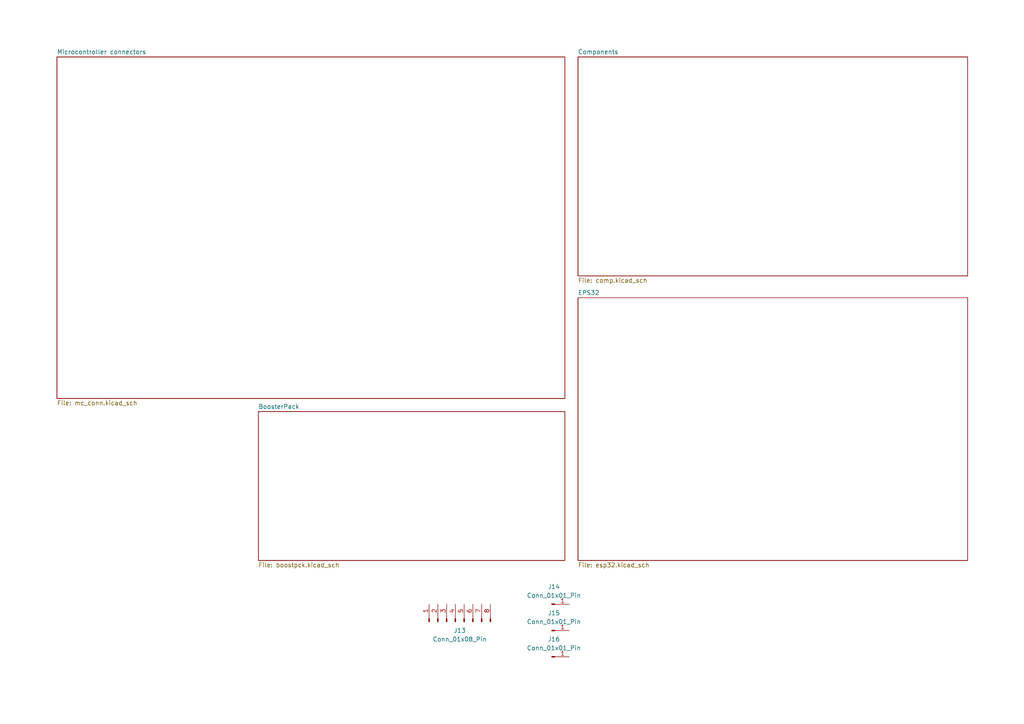
<source format=kicad_sch>
(kicad_sch (version 20231120) (generator "eeschema") (generator_version "8.0")
  (paper "A4")
  (title_block (title "Extansion Board") (date "2024-04-23") (company "UPV") (comment 1 "Hazan Justine"))
  (lib_symbols
    (symbol "Connector:Conn_01x01_Pin" (pin_names (offset 1.016) hide)
      (property "Reference" "J" (at 0 2.54 0))
      (property "Value" "Conn_01x01_Pin" (at 0 -2.54 0))
      (symbol "Conn_01x01_Pin_1_1"
        (polyline (pts (xy 1.27 0) (xy 0.8636 0)) (stroke (width 0.1524)))
        (rectangle (start 0.8636 0.127) (end 0 -0.127) (stroke (width 0.1524)) (fill (type outline)))
        (pin passive line (at 5.08 0 180) (length 3.81) (name "Pin_1") (number "1"))
      )
    )
    (symbol "Connector:Conn_01x08_Pin" (pin_names (offset 1.016) hide)
      (property "Reference" "J" (at 0 10.16 0))
      (property "Value" "Conn_01x08_Pin" (at 0 -12.7 0))
      (symbol "Conn_01x08_Pin_1_1"
        (polyline (pts (xy 1.27 -10.16) (xy 0.8636 -10.16)) (stroke (width 0.1524)))
        (polyline (pts (xy 1.27 -7.62) (xy 0.8636 -7.62)) (stroke (width 0.1524)))
        (polyline (pts (xy 1.27 -5.08) (xy 0.8636 -5.08)) (stroke (width 0.1524)))
        (polyline (pts (xy 1.27 -2.54) (xy 0.8636 -2.54)) (stroke (width 0.1524)))
        (polyline (pts (xy 1.27 0) (xy 0.8636 0)) (stroke (width 0.1524)))
        (polyline (pts (xy 1.27 2.54) (xy 0.8636 2.54)) (stroke (width 0.1524)))
        (polyline (pts (xy 1.27 5.08) (xy 0.8636 5.08)) (stroke (width 0.1524)))
        (polyline (pts (xy 1.27 7.62) (xy 0.8636 7.62)) (stroke (width 0.1524)))
        (rectangle (start 0.8636 -10.033) (end 0 -10.287) (stroke (width 0.1524)) (fill (type outline)))
        (rectangle (start 0.8636 -7.493) (end 0 -7.747) (stroke (width 0.1524)) (fill (type outline)))
        (rectangle (start 0.8636 -4.953) (end 0 -5.207) (stroke (width 0.1524)) (fill (type outline)))
        (rectangle (start 0.8636 -2.413) (end 0 -2.667) (stroke (width 0.1524)) (fill (type outline)))
        (rectangle (start 0.8636 0.127) (end 0 -0.127) (stroke (width 0.1524)) (fill (type outline)))
        (rectangle (start 0.8636 2.667) (end 0 2.413) (stroke (width 0.1524)) (fill (type outline)))
        (rectangle (start 0.8636 5.207) (end 0 4.953) (stroke (width 0.1524)) (fill (type outline)))
        (rectangle (start 0.8636 7.747) (end 0 7.493) (stroke (width 0.1524)) (fill (type outline)))
        (pin passive line (at 5.08 7.62 180) (length 3.81) (name "Pin_1") (number "1"))
        (pin passive line (at 5.08 5.08 180) (length 3.81) (name "Pin_2") (number "2"))
        (pin passive line (at 5.08 2.54 180) (length 3.81) (name "Pin_3") (number "3"))
        (pin passive line (at 5.08 0 180) (length 3.81) (name "Pin_4") (number "4"))
        (pin passive line (at 5.08 -2.54 180) (length 3.81) (name "Pin_5") (number "5"))
        (pin passive line (at 5.08 -5.08 180) (length 3.81) (name "Pin_6") (number "6"))
        (pin passive line (at 5.08 -7.62 180) (length 3.81) (name "Pin_7") (number "7"))
        (pin passive line (at 5.08 -10.16 180) (length 3.81) (name "Pin_8") (number "8"))
      )
    )
  )
  (symbol (lib_id "Connector:Conn_01x08_Pin") (at 132.08 180.34 90) (unit 1)
    (property "Reference" "J13" (at 133.35 182.88 90))
    (property "Value" "Conn_01x08_Pin" (at 133.35 185.42 90))
    (property "Description" "Generic connector, single row, 01x08, script generated" (effects (hide yes)))
  )
  (symbol (lib_id "Connector:Conn_01x01_Pin") (at 160.02 175.26 0) (unit 1)
    (property "Reference" "J14" (at 160.655 170.18 0))
    (property "Value" "Conn_01x01_Pin" (at 160.655 172.72 0))
    (property "Description" "Generic connector, single row, 01x01, script generated" (effects (hide yes)))
  )
  (symbol (lib_id "Connector:Conn_01x01_Pin") (at 160.02 190.5 0) (unit 1)
    (property "Reference" "J16" (at 160.655 185.42 0))
    (property "Value" "Conn_01x01_Pin" (at 160.655 187.96 0))
    (property "Description" "Generic connector, single row, 01x01, script generated" (effects (hide yes)))
  )
  (symbol (lib_id "Connector:Conn_01x01_Pin") (at 160.02 182.88 0) (unit 1)
    (property "Reference" "J15" (at 160.655 177.8 0))
    (property "Value" "Conn_01x01_Pin" (at 160.655 180.34 0))
    (property "Description" "Generic connector, single row, 01x01, script generated" (effects (hide yes)))
  )
  (sheet (at 167.64 86.36) (size 113.03 76.2) (stroke (width 0.1524))
    (property "Sheetname" "EPS32" (at 167.64 85.6484 0) (effects (justify left bottom)))
    (property "Sheetfile" "esp32.kicad_sch" (at 167.64 163.1446 0) (effects (justify left top)))
  )
  (sheet (at 74.93 119.38) (size 88.9 43.18) (stroke (width 0.1524))
    (property "Sheetname" "BoosterPack" (at 74.93 118.6684 0) (effects (justify left bottom)))
    (property "Sheetfile" "boostpck.kicad_sch" (at 74.93 163.1446 0) (effects (justify left top)))
  )
  (sheet (at 167.64 16.51) (size 113.03 63.5) (stroke (width 0.1524))
    (property "Sheetname" "Components" (at 167.64 15.7984 0) (effects (justify left bottom)))
    (property "Sheetfile" "comp.kicad_sch" (at 167.64 80.5946 0) (effects (justify left top)))
  )
  (sheet (at 16.51 16.51) (size 147.32 99.06) (stroke (width 0.1524))
    (property "Sheetname" "Microcontroller connectors" (at 16.51 15.7984 0) (effects (justify left bottom)))
    (property "Sheetfile" "mc_conn.kicad_sch" (at 16.51 116.1546 0) (effects (justify left top)))
  )
)
</source>
